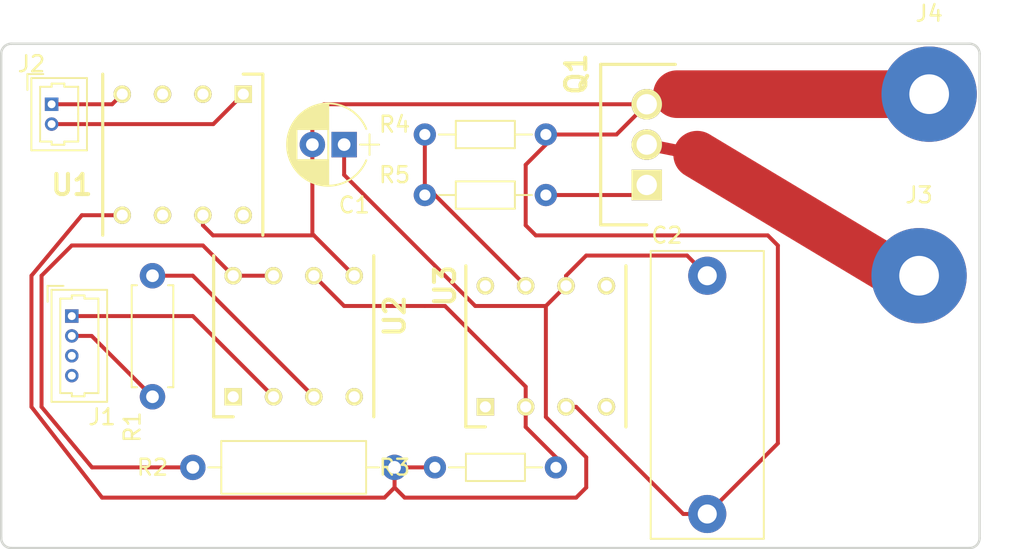
<source format=kicad_pcb>
(kicad_pcb (version 4) (host pcbnew 4.0.6)

  (general
    (links 25)
    (no_connects 1)
    (area 106.045 45.085 170.18 86.995)
    (thickness 1.6)
    (drawings 9)
    (tracks 79)
    (zones 0)
    (modules 15)
    (nets 25)
  )

  (page A4)
  (layers
    (0 F.Cu signal)
    (31 B.Cu signal)
    (32 B.Adhes user)
    (33 F.Adhes user)
    (34 B.Paste user)
    (35 F.Paste user)
    (36 B.SilkS user)
    (37 F.SilkS user)
    (38 B.Mask user)
    (39 F.Mask user)
    (40 Dwgs.User user)
    (41 Cmts.User user)
    (42 Eco1.User user)
    (43 Eco2.User user)
    (44 Edge.Cuts user)
    (45 Margin user)
    (46 B.CrtYd user)
    (47 F.CrtYd user)
    (48 B.Fab user)
    (49 F.Fab user)
  )

  (setup
    (last_trace_width 0.25)
    (trace_clearance 0.2)
    (zone_clearance 0.508)
    (zone_45_only no)
    (trace_min 0.2)
    (segment_width 0.2)
    (edge_width 0.15)
    (via_size 0.6)
    (via_drill 0.4)
    (via_min_size 0.4)
    (via_min_drill 0.3)
    (uvia_size 0.3)
    (uvia_drill 0.1)
    (uvias_allowed no)
    (uvia_min_size 0.2)
    (uvia_min_drill 0.1)
    (pcb_text_width 0.3)
    (pcb_text_size 1.5 1.5)
    (mod_edge_width 0.15)
    (mod_text_size 1 1)
    (mod_text_width 0.15)
    (pad_size 1.524 1.524)
    (pad_drill 0.762)
    (pad_to_mask_clearance 0.2)
    (aux_axis_origin 0 0)
    (visible_elements 7FFEFFFF)
    (pcbplotparams
      (layerselection 0x00030_80000001)
      (usegerberextensions false)
      (excludeedgelayer true)
      (linewidth 0.100000)
      (plotframeref false)
      (viasonmask false)
      (mode 1)
      (useauxorigin false)
      (hpglpennumber 1)
      (hpglpenspeed 20)
      (hpglpendiameter 15)
      (hpglpenoverlay 2)
      (psnegative false)
      (psa4output false)
      (plotreference true)
      (plotvalue true)
      (plotinvisibletext false)
      (padsonsilk false)
      (subtractmaskfromsilk false)
      (outputformat 1)
      (mirror false)
      (drillshape 1)
      (scaleselection 1)
      (outputdirectory ""))
  )

  (net 0 "")
  (net 1 "Net-(Q1-Pad1)")
  (net 2 "Net-(U1-Pad3)")
  (net 3 "Net-(R3-Pad2)")
  (net 4 "Net-(R2-Pad2)")
  (net 5 "Net-(U2-Pad1)")
  (net 6 "Net-(U2-Pad4)")
  (net 7 "Net-(R4-Pad1)")
  (net 8 "Net-(R1-Pad2)")
  (net 9 DC_ISO)
  (net 10 GND_ISO)
  (net 11 ARD_GND)
  (net 12 ARD_PWM)
  (net 13 ARD_PWR_LVL)
  (net 14 ARD_TEMP)
  (net 15 DC_GND)
  (net 16 DC_IN)
  (net 17 "Net-(U1-Pad2)")
  (net 18 "Net-(U1-Pad6)")
  (net 19 "Net-(U1-Pad8)")
  (net 20 "Net-(U3-Pad1)")
  (net 21 "Net-(U3-Pad4)")
  (net 22 "Net-(U3-Pad5)")
  (net 23 "Net-(U3-Pad8)")
  (net 24 "Net-(J3-Pad1)")

  (net_class Default "This is the default net class."
    (clearance 0.2)
    (trace_width 0.25)
    (via_dia 0.6)
    (via_drill 0.4)
    (uvia_dia 0.3)
    (uvia_drill 0.1)
    (add_net ARD_GND)
    (add_net ARD_PWM)
    (add_net ARD_PWR_LVL)
    (add_net ARD_TEMP)
    (add_net DC_GND)
    (add_net DC_IN)
    (add_net DC_ISO)
    (add_net "Net-(Q1-Pad1)")
    (add_net "Net-(R1-Pad2)")
    (add_net "Net-(R2-Pad2)")
    (add_net "Net-(R3-Pad2)")
    (add_net "Net-(R4-Pad1)")
    (add_net "Net-(U1-Pad2)")
    (add_net "Net-(U1-Pad3)")
    (add_net "Net-(U1-Pad6)")
    (add_net "Net-(U1-Pad8)")
    (add_net "Net-(U2-Pad1)")
    (add_net "Net-(U2-Pad4)")
    (add_net "Net-(U3-Pad1)")
    (add_net "Net-(U3-Pad4)")
    (add_net "Net-(U3-Pad5)")
    (add_net "Net-(U3-Pad8)")
  )

  (net_class Power ""
    (clearance 0.2)
    (trace_width 3)
    (via_dia 0.6)
    (via_drill 0.4)
    (uvia_dia 0.3)
    (uvia_drill 0.1)
    (add_net GND_ISO)
    (add_net "Net-(J3-Pad1)")
  )

  (module Resistors_THT:R_Axial_DIN0207_L6.3mm_D2.5mm_P7.62mm_Horizontal (layer F.Cu) (tedit 592C7871) (tstamp 592C208A)
    (at 116.205 76.835 90)
    (descr "Resistor, Axial_DIN0207 series, Axial, Horizontal, pin pitch=7.62mm, 0.25W = 1/4W, length*diameter=6.3*2.5mm^2, http://cdn-reichelt.de/documents/datenblatt/B400/1_4W%23YAG.pdf")
    (tags "Resistor Axial_DIN0207 series Axial Horizontal pin pitch 7.62mm 0.25W = 1/4W length 6.3mm diameter 2.5mm")
    (path /592BF392)
    (fp_text reference R1 (at -1.905 -1.27 90) (layer F.SilkS)
      (effects (font (size 1 1) (thickness 0.15)))
    )
    (fp_text value 200 (at 3.81 2.31 90) (layer F.Fab)
      (effects (font (size 1 1) (thickness 0.15)))
    )
    (fp_line (start 0.66 -1.25) (end 0.66 1.25) (layer F.Fab) (width 0.1))
    (fp_line (start 0.66 1.25) (end 6.96 1.25) (layer F.Fab) (width 0.1))
    (fp_line (start 6.96 1.25) (end 6.96 -1.25) (layer F.Fab) (width 0.1))
    (fp_line (start 6.96 -1.25) (end 0.66 -1.25) (layer F.Fab) (width 0.1))
    (fp_line (start 0 0) (end 0.66 0) (layer F.Fab) (width 0.1))
    (fp_line (start 7.62 0) (end 6.96 0) (layer F.Fab) (width 0.1))
    (fp_line (start 0.6 -0.98) (end 0.6 -1.31) (layer F.SilkS) (width 0.12))
    (fp_line (start 0.6 -1.31) (end 7.02 -1.31) (layer F.SilkS) (width 0.12))
    (fp_line (start 7.02 -1.31) (end 7.02 -0.98) (layer F.SilkS) (width 0.12))
    (fp_line (start 0.6 0.98) (end 0.6 1.31) (layer F.SilkS) (width 0.12))
    (fp_line (start 0.6 1.31) (end 7.02 1.31) (layer F.SilkS) (width 0.12))
    (fp_line (start 7.02 1.31) (end 7.02 0.98) (layer F.SilkS) (width 0.12))
    (fp_line (start -1.05 -1.6) (end -1.05 1.6) (layer F.CrtYd) (width 0.05))
    (fp_line (start -1.05 1.6) (end 8.7 1.6) (layer F.CrtYd) (width 0.05))
    (fp_line (start 8.7 1.6) (end 8.7 -1.6) (layer F.CrtYd) (width 0.05))
    (fp_line (start 8.7 -1.6) (end -1.05 -1.6) (layer F.CrtYd) (width 0.05))
    (pad 1 thru_hole circle (at 0 0 90) (size 1.6 1.6) (drill 0.8) (layers *.Cu *.Mask)
      (net 12 ARD_PWM))
    (pad 2 thru_hole oval (at 7.62 0 90) (size 1.6 1.6) (drill 0.8) (layers *.Cu *.Mask)
      (net 8 "Net-(R1-Pad2)"))
    (model Resistors_THT.3dshapes/R_Axial_DIN0207_L6.3mm_D2.5mm_P7.62mm_Horizontal.wrl
      (at (xyz 0 0 0))
      (scale (xyz 0.393701 0.393701 0.393701))
      (rotate (xyz 0 0 0))
    )
  )

  (module SamacSys_Parts:DIPS762W50P254L1008H460Q8N (layer F.Cu) (tedit 592C750E) (tstamp 592C64CC)
    (at 137.16 77.47 90)
    (descr W30508TRC)
    (tags "Undefined or Miscellaneous")
    (path /592AD9EF)
    (fp_text reference U3 (at 7.62 -2.54 90) (layer F.SilkS)
      (effects (font (size 1.27 1.27) (thickness 0.254)))
    )
    (fp_text value "W30508TRC (ICL7667)" (at 2.54 -2.54 90) (layer F.SilkS) hide
      (effects (font (size 1.27 1.27) (thickness 0.254)))
    )
    (fp_line (start -1.51 -1.48) (end 9.13 -1.48) (layer Dwgs.User) (width 0.05))
    (fp_line (start 9.13 -1.48) (end 9.13 9.1) (layer Dwgs.User) (width 0.05))
    (fp_line (start 9.13 9.1) (end -1.51 9.1) (layer Dwgs.User) (width 0.05))
    (fp_line (start -1.51 9.1) (end -1.51 -1.48) (layer Dwgs.User) (width 0.05))
    (fp_line (start -1.26 -1.23) (end 8.88 -1.23) (layer Dwgs.User) (width 0.1))
    (fp_line (start 8.88 -1.23) (end 8.88 8.85) (layer Dwgs.User) (width 0.1))
    (fp_line (start 8.88 8.85) (end -1.26 8.85) (layer Dwgs.User) (width 0.1))
    (fp_line (start -1.26 8.85) (end -1.26 -1.23) (layer Dwgs.User) (width 0.1))
    (fp_line (start -1.26 0.04) (end 0.01 -1.23) (layer Dwgs.User) (width 0.1))
    (fp_line (start -1.26 8.85) (end 8.88 8.85) (layer F.SilkS) (width 0.2))
    (fp_line (start 8.88 -1.23) (end -1.26 -1.23) (layer F.SilkS) (width 0.2))
    (fp_line (start -1.26 -1.23) (end -1.26 0) (layer F.SilkS) (width 0.2))
    (pad 1 thru_hole rect (at 0 0 180) (size 1.1 1.1) (drill 0.7) (layers *.Cu *.Mask F.SilkS)
      (net 20 "Net-(U3-Pad1)"))
    (pad 2 thru_hole circle (at 0 2.54 180) (size 1.1 1.1) (drill 0.7) (layers *.Cu *.Mask F.SilkS)
      (net 3 "Net-(R3-Pad2)"))
    (pad 3 thru_hole circle (at 0 5.08 180) (size 1.1 1.1) (drill 0.7) (layers *.Cu *.Mask F.SilkS)
      (net 10 GND_ISO))
    (pad 4 thru_hole circle (at 0 7.62 180) (size 1.1 1.1) (drill 0.7) (layers *.Cu *.Mask F.SilkS)
      (net 21 "Net-(U3-Pad4)"))
    (pad 5 thru_hole circle (at 7.62 7.62 180) (size 1.1 1.1) (drill 0.7) (layers *.Cu *.Mask F.SilkS)
      (net 22 "Net-(U3-Pad5)"))
    (pad 6 thru_hole circle (at 7.62 5.08 180) (size 1.1 1.1) (drill 0.7) (layers *.Cu *.Mask F.SilkS)
      (net 9 DC_ISO))
    (pad 7 thru_hole circle (at 7.62 2.54 180) (size 1.1 1.1) (drill 0.7) (layers *.Cu *.Mask F.SilkS)
      (net 7 "Net-(R4-Pad1)"))
    (pad 8 thru_hole circle (at 7.62 0 180) (size 1.1 1.1) (drill 0.7) (layers *.Cu *.Mask F.SilkS)
      (net 23 "Net-(U3-Pad8)"))
  )

  (module Capacitors_THT:CP_Radial_D5.0mm_P2.00mm (layer F.Cu) (tedit 592C8523) (tstamp 592C18AC)
    (at 128.27 60.96 180)
    (descr "CP, Radial series, Radial, pin pitch=2.00mm, , diameter=5mm, Electrolytic Capacitor")
    (tags "CP Radial series Radial pin pitch 2.00mm  diameter 5mm Electrolytic Capacitor")
    (path /592ACB50)
    (fp_text reference C1 (at -0.635 -3.81 180) (layer F.SilkS)
      (effects (font (size 1 1) (thickness 0.15)))
    )
    (fp_text value 22uF (at 1 3.56 180) (layer F.Fab)
      (effects (font (size 1 1) (thickness 0.15)))
    )
    (fp_text user %R (at 0.65 0 180) (layer F.Fab)
      (effects (font (size 1 1) (thickness 0.15)))
    )
    (fp_line (start -2.2 0) (end -1 0) (layer F.Fab) (width 0.1))
    (fp_line (start -1.6 -0.65) (end -1.6 0.65) (layer F.Fab) (width 0.1))
    (fp_line (start 1 -2.55) (end 1 2.55) (layer F.SilkS) (width 0.12))
    (fp_line (start 1.04 -2.55) (end 1.04 -0.98) (layer F.SilkS) (width 0.12))
    (fp_line (start 1.04 0.98) (end 1.04 2.55) (layer F.SilkS) (width 0.12))
    (fp_line (start 1.08 -2.549) (end 1.08 -0.98) (layer F.SilkS) (width 0.12))
    (fp_line (start 1.08 0.98) (end 1.08 2.549) (layer F.SilkS) (width 0.12))
    (fp_line (start 1.12 -2.548) (end 1.12 -0.98) (layer F.SilkS) (width 0.12))
    (fp_line (start 1.12 0.98) (end 1.12 2.548) (layer F.SilkS) (width 0.12))
    (fp_line (start 1.16 -2.546) (end 1.16 -0.98) (layer F.SilkS) (width 0.12))
    (fp_line (start 1.16 0.98) (end 1.16 2.546) (layer F.SilkS) (width 0.12))
    (fp_line (start 1.2 -2.543) (end 1.2 -0.98) (layer F.SilkS) (width 0.12))
    (fp_line (start 1.2 0.98) (end 1.2 2.543) (layer F.SilkS) (width 0.12))
    (fp_line (start 1.24 -2.539) (end 1.24 -0.98) (layer F.SilkS) (width 0.12))
    (fp_line (start 1.24 0.98) (end 1.24 2.539) (layer F.SilkS) (width 0.12))
    (fp_line (start 1.28 -2.535) (end 1.28 -0.98) (layer F.SilkS) (width 0.12))
    (fp_line (start 1.28 0.98) (end 1.28 2.535) (layer F.SilkS) (width 0.12))
    (fp_line (start 1.32 -2.531) (end 1.32 -0.98) (layer F.SilkS) (width 0.12))
    (fp_line (start 1.32 0.98) (end 1.32 2.531) (layer F.SilkS) (width 0.12))
    (fp_line (start 1.36 -2.525) (end 1.36 -0.98) (layer F.SilkS) (width 0.12))
    (fp_line (start 1.36 0.98) (end 1.36 2.525) (layer F.SilkS) (width 0.12))
    (fp_line (start 1.4 -2.519) (end 1.4 -0.98) (layer F.SilkS) (width 0.12))
    (fp_line (start 1.4 0.98) (end 1.4 2.519) (layer F.SilkS) (width 0.12))
    (fp_line (start 1.44 -2.513) (end 1.44 -0.98) (layer F.SilkS) (width 0.12))
    (fp_line (start 1.44 0.98) (end 1.44 2.513) (layer F.SilkS) (width 0.12))
    (fp_line (start 1.48 -2.506) (end 1.48 -0.98) (layer F.SilkS) (width 0.12))
    (fp_line (start 1.48 0.98) (end 1.48 2.506) (layer F.SilkS) (width 0.12))
    (fp_line (start 1.52 -2.498) (end 1.52 -0.98) (layer F.SilkS) (width 0.12))
    (fp_line (start 1.52 0.98) (end 1.52 2.498) (layer F.SilkS) (width 0.12))
    (fp_line (start 1.56 -2.489) (end 1.56 -0.98) (layer F.SilkS) (width 0.12))
    (fp_line (start 1.56 0.98) (end 1.56 2.489) (layer F.SilkS) (width 0.12))
    (fp_line (start 1.6 -2.48) (end 1.6 -0.98) (layer F.SilkS) (width 0.12))
    (fp_line (start 1.6 0.98) (end 1.6 2.48) (layer F.SilkS) (width 0.12))
    (fp_line (start 1.64 -2.47) (end 1.64 -0.98) (layer F.SilkS) (width 0.12))
    (fp_line (start 1.64 0.98) (end 1.64 2.47) (layer F.SilkS) (width 0.12))
    (fp_line (start 1.68 -2.46) (end 1.68 -0.98) (layer F.SilkS) (width 0.12))
    (fp_line (start 1.68 0.98) (end 1.68 2.46) (layer F.SilkS) (width 0.12))
    (fp_line (start 1.721 -2.448) (end 1.721 -0.98) (layer F.SilkS) (width 0.12))
    (fp_line (start 1.721 0.98) (end 1.721 2.448) (layer F.SilkS) (width 0.12))
    (fp_line (start 1.761 -2.436) (end 1.761 -0.98) (layer F.SilkS) (width 0.12))
    (fp_line (start 1.761 0.98) (end 1.761 2.436) (layer F.SilkS) (width 0.12))
    (fp_line (start 1.801 -2.424) (end 1.801 -0.98) (layer F.SilkS) (width 0.12))
    (fp_line (start 1.801 0.98) (end 1.801 2.424) (layer F.SilkS) (width 0.12))
    (fp_line (start 1.841 -2.41) (end 1.841 -0.98) (layer F.SilkS) (width 0.12))
    (fp_line (start 1.841 0.98) (end 1.841 2.41) (layer F.SilkS) (width 0.12))
    (fp_line (start 1.881 -2.396) (end 1.881 -0.98) (layer F.SilkS) (width 0.12))
    (fp_line (start 1.881 0.98) (end 1.881 2.396) (layer F.SilkS) (width 0.12))
    (fp_line (start 1.921 -2.382) (end 1.921 -0.98) (layer F.SilkS) (width 0.12))
    (fp_line (start 1.921 0.98) (end 1.921 2.382) (layer F.SilkS) (width 0.12))
    (fp_line (start 1.961 -2.366) (end 1.961 -0.98) (layer F.SilkS) (width 0.12))
    (fp_line (start 1.961 0.98) (end 1.961 2.366) (layer F.SilkS) (width 0.12))
    (fp_line (start 2.001 -2.35) (end 2.001 -0.98) (layer F.SilkS) (width 0.12))
    (fp_line (start 2.001 0.98) (end 2.001 2.35) (layer F.SilkS) (width 0.12))
    (fp_line (start 2.041 -2.333) (end 2.041 -0.98) (layer F.SilkS) (width 0.12))
    (fp_line (start 2.041 0.98) (end 2.041 2.333) (layer F.SilkS) (width 0.12))
    (fp_line (start 2.081 -2.315) (end 2.081 -0.98) (layer F.SilkS) (width 0.12))
    (fp_line (start 2.081 0.98) (end 2.081 2.315) (layer F.SilkS) (width 0.12))
    (fp_line (start 2.121 -2.296) (end 2.121 -0.98) (layer F.SilkS) (width 0.12))
    (fp_line (start 2.121 0.98) (end 2.121 2.296) (layer F.SilkS) (width 0.12))
    (fp_line (start 2.161 -2.276) (end 2.161 -0.98) (layer F.SilkS) (width 0.12))
    (fp_line (start 2.161 0.98) (end 2.161 2.276) (layer F.SilkS) (width 0.12))
    (fp_line (start 2.201 -2.256) (end 2.201 -0.98) (layer F.SilkS) (width 0.12))
    (fp_line (start 2.201 0.98) (end 2.201 2.256) (layer F.SilkS) (width 0.12))
    (fp_line (start 2.241 -2.234) (end 2.241 -0.98) (layer F.SilkS) (width 0.12))
    (fp_line (start 2.241 0.98) (end 2.241 2.234) (layer F.SilkS) (width 0.12))
    (fp_line (start 2.281 -2.212) (end 2.281 -0.98) (layer F.SilkS) (width 0.12))
    (fp_line (start 2.281 0.98) (end 2.281 2.212) (layer F.SilkS) (width 0.12))
    (fp_line (start 2.321 -2.189) (end 2.321 -0.98) (layer F.SilkS) (width 0.12))
    (fp_line (start 2.321 0.98) (end 2.321 2.189) (layer F.SilkS) (width 0.12))
    (fp_line (start 2.361 -2.165) (end 2.361 -0.98) (layer F.SilkS) (width 0.12))
    (fp_line (start 2.361 0.98) (end 2.361 2.165) (layer F.SilkS) (width 0.12))
    (fp_line (start 2.401 -2.14) (end 2.401 -0.98) (layer F.SilkS) (width 0.12))
    (fp_line (start 2.401 0.98) (end 2.401 2.14) (layer F.SilkS) (width 0.12))
    (fp_line (start 2.441 -2.113) (end 2.441 -0.98) (layer F.SilkS) (width 0.12))
    (fp_line (start 2.441 0.98) (end 2.441 2.113) (layer F.SilkS) (width 0.12))
    (fp_line (start 2.481 -2.086) (end 2.481 -0.98) (layer F.SilkS) (width 0.12))
    (fp_line (start 2.481 0.98) (end 2.481 2.086) (layer F.SilkS) (width 0.12))
    (fp_line (start 2.521 -2.058) (end 2.521 -0.98) (layer F.SilkS) (width 0.12))
    (fp_line (start 2.521 0.98) (end 2.521 2.058) (layer F.SilkS) (width 0.12))
    (fp_line (start 2.561 -2.028) (end 2.561 -0.98) (layer F.SilkS) (width 0.12))
    (fp_line (start 2.561 0.98) (end 2.561 2.028) (layer F.SilkS) (width 0.12))
    (fp_line (start 2.601 -1.997) (end 2.601 -0.98) (layer F.SilkS) (width 0.12))
    (fp_line (start 2.601 0.98) (end 2.601 1.997) (layer F.SilkS) (width 0.12))
    (fp_line (start 2.641 -1.965) (end 2.641 -0.98) (layer F.SilkS) (width 0.12))
    (fp_line (start 2.641 0.98) (end 2.641 1.965) (layer F.SilkS) (width 0.12))
    (fp_line (start 2.681 -1.932) (end 2.681 -0.98) (layer F.SilkS) (width 0.12))
    (fp_line (start 2.681 0.98) (end 2.681 1.932) (layer F.SilkS) (width 0.12))
    (fp_line (start 2.721 -1.897) (end 2.721 -0.98) (layer F.SilkS) (width 0.12))
    (fp_line (start 2.721 0.98) (end 2.721 1.897) (layer F.SilkS) (width 0.12))
    (fp_line (start 2.761 -1.861) (end 2.761 -0.98) (layer F.SilkS) (width 0.12))
    (fp_line (start 2.761 0.98) (end 2.761 1.861) (layer F.SilkS) (width 0.12))
    (fp_line (start 2.801 -1.823) (end 2.801 -0.98) (layer F.SilkS) (width 0.12))
    (fp_line (start 2.801 0.98) (end 2.801 1.823) (layer F.SilkS) (width 0.12))
    (fp_line (start 2.841 -1.783) (end 2.841 -0.98) (layer F.SilkS) (width 0.12))
    (fp_line (start 2.841 0.98) (end 2.841 1.783) (layer F.SilkS) (width 0.12))
    (fp_line (start 2.881 -1.742) (end 2.881 -0.98) (layer F.SilkS) (width 0.12))
    (fp_line (start 2.881 0.98) (end 2.881 1.742) (layer F.SilkS) (width 0.12))
    (fp_line (start 2.921 -1.699) (end 2.921 -0.98) (layer F.SilkS) (width 0.12))
    (fp_line (start 2.921 0.98) (end 2.921 1.699) (layer F.SilkS) (width 0.12))
    (fp_line (start 2.961 -1.654) (end 2.961 -0.98) (layer F.SilkS) (width 0.12))
    (fp_line (start 2.961 0.98) (end 2.961 1.654) (layer F.SilkS) (width 0.12))
    (fp_line (start 3.001 -1.606) (end 3.001 1.606) (layer F.SilkS) (width 0.12))
    (fp_line (start 3.041 -1.556) (end 3.041 1.556) (layer F.SilkS) (width 0.12))
    (fp_line (start 3.081 -1.504) (end 3.081 1.504) (layer F.SilkS) (width 0.12))
    (fp_line (start 3.121 -1.448) (end 3.121 1.448) (layer F.SilkS) (width 0.12))
    (fp_line (start 3.161 -1.39) (end 3.161 1.39) (layer F.SilkS) (width 0.12))
    (fp_line (start 3.201 -1.327) (end 3.201 1.327) (layer F.SilkS) (width 0.12))
    (fp_line (start 3.241 -1.261) (end 3.241 1.261) (layer F.SilkS) (width 0.12))
    (fp_line (start 3.281 -1.189) (end 3.281 1.189) (layer F.SilkS) (width 0.12))
    (fp_line (start 3.321 -1.112) (end 3.321 1.112) (layer F.SilkS) (width 0.12))
    (fp_line (start 3.361 -1.028) (end 3.361 1.028) (layer F.SilkS) (width 0.12))
    (fp_line (start 3.401 -0.934) (end 3.401 0.934) (layer F.SilkS) (width 0.12))
    (fp_line (start 3.441 -0.829) (end 3.441 0.829) (layer F.SilkS) (width 0.12))
    (fp_line (start 3.481 -0.707) (end 3.481 0.707) (layer F.SilkS) (width 0.12))
    (fp_line (start 3.521 -0.559) (end 3.521 0.559) (layer F.SilkS) (width 0.12))
    (fp_line (start 3.561 -0.354) (end 3.561 0.354) (layer F.SilkS) (width 0.12))
    (fp_line (start -2.2 0) (end -1 0) (layer F.SilkS) (width 0.12))
    (fp_line (start -1.6 -0.65) (end -1.6 0.65) (layer F.SilkS) (width 0.12))
    (fp_line (start -1.85 -2.85) (end -1.85 2.85) (layer F.CrtYd) (width 0.05))
    (fp_line (start -1.85 2.85) (end 3.85 2.85) (layer F.CrtYd) (width 0.05))
    (fp_line (start 3.85 2.85) (end 3.85 -2.85) (layer F.CrtYd) (width 0.05))
    (fp_line (start 3.85 -2.85) (end -1.85 -2.85) (layer F.CrtYd) (width 0.05))
    (fp_circle (center 1 0) (end 3.5 0) (layer F.Fab) (width 0.1))
    (fp_arc (start 1 0) (end -1.397436 -0.98) (angle 135.5) (layer F.SilkS) (width 0.12))
    (fp_arc (start 1 0) (end -1.397436 0.98) (angle -135.5) (layer F.SilkS) (width 0.12))
    (fp_arc (start 1 0) (end 3.397436 -0.98) (angle 44.5) (layer F.SilkS) (width 0.12))
    (pad 1 thru_hole rect (at 0 0 180) (size 1.6 1.6) (drill 0.8) (layers *.Cu *.Mask)
      (net 9 DC_ISO))
    (pad 2 thru_hole circle (at 2 0 180) (size 1.6 1.6) (drill 0.8) (layers *.Cu *.Mask)
      (net 10 GND_ISO))
    (model ${KISYS3DMOD}/Capacitors_THT.3dshapes/CP_Radial_D5.0mm_P2.00mm.wrl
      (at (xyz 0 0 0))
      (scale (xyz 0.393701 0.393701 0.393701))
      (rotate (xyz 0 0 0))
    )
  )

  (module Capacitors_THT:C_Rect_L18.0mm_W7.0mm_P15.00mm_FKS3_FKP3 (layer F.Cu) (tedit 592C6D5E) (tstamp 592C18B2)
    (at 151.13 69.215 270)
    (descr "C, Rect series, Radial, pin pitch=15.00mm, , length*width=18*7mm^2, Capacitor, http://www.wima.com/EN/WIMA_FKS_3.pdf")
    (tags "C Rect series Radial pin pitch 15.00mm  length 18mm width 7mm Capacitor")
    (path /592ACBF5)
    (fp_text reference C2 (at -2.54 2.54 360) (layer F.SilkS)
      (effects (font (size 1 1) (thickness 0.15)))
    )
    (fp_text value 220nF (at 7.5 4.56 270) (layer F.Fab)
      (effects (font (size 1 1) (thickness 0.15)))
    )
    (fp_text user %R (at 7.5 0 270) (layer F.Fab)
      (effects (font (size 1 1) (thickness 0.15)))
    )
    (fp_line (start -1.5 -3.5) (end -1.5 3.5) (layer F.Fab) (width 0.1))
    (fp_line (start -1.5 3.5) (end 16.5 3.5) (layer F.Fab) (width 0.1))
    (fp_line (start 16.5 3.5) (end 16.5 -3.5) (layer F.Fab) (width 0.1))
    (fp_line (start 16.5 -3.5) (end -1.5 -3.5) (layer F.Fab) (width 0.1))
    (fp_line (start -1.56 -3.56) (end 16.56 -3.56) (layer F.SilkS) (width 0.12))
    (fp_line (start -1.56 3.56) (end 16.56 3.56) (layer F.SilkS) (width 0.12))
    (fp_line (start -1.56 -3.56) (end -1.56 3.56) (layer F.SilkS) (width 0.12))
    (fp_line (start 16.56 -3.56) (end 16.56 3.56) (layer F.SilkS) (width 0.12))
    (fp_line (start -1.85 -3.85) (end -1.85 3.85) (layer F.CrtYd) (width 0.05))
    (fp_line (start -1.85 3.85) (end 16.85 3.85) (layer F.CrtYd) (width 0.05))
    (fp_line (start 16.85 3.85) (end 16.85 -3.85) (layer F.CrtYd) (width 0.05))
    (fp_line (start 16.85 -3.85) (end -1.85 -3.85) (layer F.CrtYd) (width 0.05))
    (pad 1 thru_hole circle (at 0 0 270) (size 2.4 2.4) (drill 1.2) (layers *.Cu *.Mask)
      (net 9 DC_ISO))
    (pad 2 thru_hole circle (at 15 0 270) (size 2.4 2.4) (drill 1.2) (layers *.Cu *.Mask)
      (net 10 GND_ISO))
    (model ${KISYS3DMOD}/Capacitors_THT.3dshapes/C_Rect_L18.0mm_W7.0mm_P15.00mm_FKS3_FKP3.wrl
      (at (xyz 0 0 0))
      (scale (xyz 0.393701 0.393701 0.393701))
      (rotate (xyz 0 0 0))
    )
  )

  (module SamacSys_Parts:TO254P470X990X1910-3P (layer F.Cu) (tedit 592C8530) (tstamp 592C18C5)
    (at 147.32 63.5 90)
    (descr "TO220, Molded, 3-Lead, Jedec Variation AB")
    (tags Transistor)
    (path /592BF9D4)
    (fp_text reference Q1 (at 6.985 -4.445 90) (layer F.SilkS)
      (effects (font (size 1.27 1.27) (thickness 0.254)))
    )
    (fp_text value RFP12N10L (at 0 0 90) (layer F.SilkS) hide
      (effects (font (size 1.27 1.27) (thickness 0.254)))
    )
    (fp_line (start -2.76 -3.15) (end 7.84 -3.15) (layer Dwgs.User) (width 0.05))
    (fp_line (start 7.84 -3.15) (end 7.84 2.05) (layer Dwgs.User) (width 0.05))
    (fp_line (start 7.84 2.05) (end -2.76 2.05) (layer Dwgs.User) (width 0.05))
    (fp_line (start -2.76 2.05) (end -2.76 -3.15) (layer Dwgs.User) (width 0.05))
    (fp_line (start -2.51 -2.9) (end 7.59 -2.9) (layer Dwgs.User) (width 0.1))
    (fp_line (start 7.59 -2.9) (end 7.59 1.8) (layer Dwgs.User) (width 0.1))
    (fp_line (start 7.59 1.8) (end -2.51 1.8) (layer Dwgs.User) (width 0.1))
    (fp_line (start -2.51 1.8) (end -2.51 -2.9) (layer Dwgs.User) (width 0.1))
    (fp_line (start -2.51 -1.63) (end -1.24 -2.9) (layer Dwgs.User) (width 0.1))
    (fp_line (start 7.59 1.8) (end 7.59 -2.9) (layer F.SilkS) (width 0.2))
    (fp_line (start 7.59 -2.9) (end -2.51 -2.9) (layer F.SilkS) (width 0.2))
    (fp_line (start -2.51 -2.9) (end -2.51 0) (layer F.SilkS) (width 0.2))
    (pad 1 thru_hole rect (at 0 0 180) (size 1.92 1.92) (drill 1.28) (layers *.Cu *.Mask F.SilkS)
      (net 1 "Net-(Q1-Pad1)"))
    (pad 2 thru_hole circle (at 2.54 0 180) (size 1.92 1.92) (drill 1.28) (layers *.Cu *.Mask F.SilkS)
      (net 24 "Net-(J3-Pad1)"))
    (pad 3 thru_hole circle (at 5.08 0 180) (size 1.92 1.92) (drill 1.28) (layers *.Cu *.Mask F.SilkS)
      (net 10 GND_ISO))
  )

  (module Resistors_THT:R_Axial_DIN0309_L9.0mm_D3.2mm_P12.70mm_Horizontal (layer F.Cu) (tedit 592C652C) (tstamp 592C18D1)
    (at 131.445 81.28 180)
    (descr "Resistor, Axial_DIN0309 series, Axial, Horizontal, pin pitch=12.7mm, 0.5W = 1/2W, length*diameter=9*3.2mm^2, http://cdn-reichelt.de/documents/datenblatt/B400/1_4W%23YAG.pdf")
    (tags "Resistor Axial_DIN0309 series Axial Horizontal pin pitch 12.7mm 0.5W = 1/2W length 9mm diameter 3.2mm")
    (path /592AC85B)
    (fp_text reference R2 (at 15.24 0 180) (layer F.SilkS)
      (effects (font (size 1 1) (thickness 0.15)))
    )
    (fp_text value 330 (at 6.35 2.66 180) (layer F.Fab)
      (effects (font (size 1 1) (thickness 0.15)))
    )
    (fp_line (start 1.85 -1.6) (end 1.85 1.6) (layer F.Fab) (width 0.1))
    (fp_line (start 1.85 1.6) (end 10.85 1.6) (layer F.Fab) (width 0.1))
    (fp_line (start 10.85 1.6) (end 10.85 -1.6) (layer F.Fab) (width 0.1))
    (fp_line (start 10.85 -1.6) (end 1.85 -1.6) (layer F.Fab) (width 0.1))
    (fp_line (start 0 0) (end 1.85 0) (layer F.Fab) (width 0.1))
    (fp_line (start 12.7 0) (end 10.85 0) (layer F.Fab) (width 0.1))
    (fp_line (start 1.79 -1.66) (end 1.79 1.66) (layer F.SilkS) (width 0.12))
    (fp_line (start 1.79 1.66) (end 10.91 1.66) (layer F.SilkS) (width 0.12))
    (fp_line (start 10.91 1.66) (end 10.91 -1.66) (layer F.SilkS) (width 0.12))
    (fp_line (start 10.91 -1.66) (end 1.79 -1.66) (layer F.SilkS) (width 0.12))
    (fp_line (start 0.98 0) (end 1.79 0) (layer F.SilkS) (width 0.12))
    (fp_line (start 11.72 0) (end 10.91 0) (layer F.SilkS) (width 0.12))
    (fp_line (start -1.05 -1.95) (end -1.05 1.95) (layer F.CrtYd) (width 0.05))
    (fp_line (start -1.05 1.95) (end 13.75 1.95) (layer F.CrtYd) (width 0.05))
    (fp_line (start 13.75 1.95) (end 13.75 -1.95) (layer F.CrtYd) (width 0.05))
    (fp_line (start 13.75 -1.95) (end -1.05 -1.95) (layer F.CrtYd) (width 0.05))
    (pad 1 thru_hole circle (at 0 0 180) (size 1.6 1.6) (drill 0.8) (layers *.Cu *.Mask)
      (net 9 DC_ISO))
    (pad 2 thru_hole oval (at 12.7 0 180) (size 1.6 1.6) (drill 0.8) (layers *.Cu *.Mask)
      (net 4 "Net-(R2-Pad2)"))
    (model Resistors_THT.3dshapes/R_Axial_DIN0309_L9.0mm_D3.2mm_P12.70mm_Horizontal.wrl
      (at (xyz 0 0 0))
      (scale (xyz 0.393701 0.393701 0.393701))
      (rotate (xyz 0 0 0))
    )
  )

  (module Resistors_THT:R_Axial_DIN0204_L3.6mm_D1.6mm_P7.62mm_Horizontal (layer F.Cu) (tedit 592C6582) (tstamp 592C18D7)
    (at 133.985 81.28)
    (descr "Resistor, Axial_DIN0204 series, Axial, Horizontal, pin pitch=7.62mm, 0.16666666666666666W = 1/6W, length*diameter=3.6*1.6mm^2, http://cdn-reichelt.de/documents/datenblatt/B400/1_4W%23YAG.pdf")
    (tags "Resistor Axial_DIN0204 series Axial Horizontal pin pitch 7.62mm 0.16666666666666666W = 1/6W length 3.6mm diameter 1.6mm")
    (path /592ACAE5)
    (fp_text reference R3 (at -2.54 0) (layer F.SilkS)
      (effects (font (size 1 1) (thickness 0.15)))
    )
    (fp_text value 4K7 (at 3.81 1.86) (layer F.Fab)
      (effects (font (size 1 1) (thickness 0.15)))
    )
    (fp_line (start 2.01 -0.8) (end 2.01 0.8) (layer F.Fab) (width 0.1))
    (fp_line (start 2.01 0.8) (end 5.61 0.8) (layer F.Fab) (width 0.1))
    (fp_line (start 5.61 0.8) (end 5.61 -0.8) (layer F.Fab) (width 0.1))
    (fp_line (start 5.61 -0.8) (end 2.01 -0.8) (layer F.Fab) (width 0.1))
    (fp_line (start 0 0) (end 2.01 0) (layer F.Fab) (width 0.1))
    (fp_line (start 7.62 0) (end 5.61 0) (layer F.Fab) (width 0.1))
    (fp_line (start 1.95 -0.86) (end 1.95 0.86) (layer F.SilkS) (width 0.12))
    (fp_line (start 1.95 0.86) (end 5.67 0.86) (layer F.SilkS) (width 0.12))
    (fp_line (start 5.67 0.86) (end 5.67 -0.86) (layer F.SilkS) (width 0.12))
    (fp_line (start 5.67 -0.86) (end 1.95 -0.86) (layer F.SilkS) (width 0.12))
    (fp_line (start 0.88 0) (end 1.95 0) (layer F.SilkS) (width 0.12))
    (fp_line (start 6.74 0) (end 5.67 0) (layer F.SilkS) (width 0.12))
    (fp_line (start -0.95 -1.15) (end -0.95 1.15) (layer F.CrtYd) (width 0.05))
    (fp_line (start -0.95 1.15) (end 8.6 1.15) (layer F.CrtYd) (width 0.05))
    (fp_line (start 8.6 1.15) (end 8.6 -1.15) (layer F.CrtYd) (width 0.05))
    (fp_line (start 8.6 -1.15) (end -0.95 -1.15) (layer F.CrtYd) (width 0.05))
    (pad 1 thru_hole circle (at 0 0) (size 1.4 1.4) (drill 0.7) (layers *.Cu *.Mask)
      (net 9 DC_ISO))
    (pad 2 thru_hole oval (at 7.62 0) (size 1.4 1.4) (drill 0.7) (layers *.Cu *.Mask)
      (net 3 "Net-(R3-Pad2)"))
    (model Resistors_THT.3dshapes/R_Axial_DIN0204_L3.6mm_D1.6mm_P7.62mm_Horizontal.wrl
      (at (xyz 0 0 0))
      (scale (xyz 0.393701 0.393701 0.393701))
      (rotate (xyz 0 0 0))
    )
  )

  (module Resistors_THT:R_Axial_DIN0204_L3.6mm_D1.6mm_P7.62mm_Horizontal (layer F.Cu) (tedit 592C8527) (tstamp 592C18DD)
    (at 133.35 60.325)
    (descr "Resistor, Axial_DIN0204 series, Axial, Horizontal, pin pitch=7.62mm, 0.16666666666666666W = 1/6W, length*diameter=3.6*1.6mm^2, http://cdn-reichelt.de/documents/datenblatt/B400/1_4W%23YAG.pdf")
    (tags "Resistor Axial_DIN0204 series Axial Horizontal pin pitch 7.62mm 0.16666666666666666W = 1/6W length 3.6mm diameter 1.6mm")
    (path /592ACDEB)
    (fp_text reference R4 (at -1.905 -0.635) (layer F.SilkS)
      (effects (font (size 1 1) (thickness 0.15)))
    )
    (fp_text value 4K7 (at 3.81 1.86) (layer F.Fab)
      (effects (font (size 1 1) (thickness 0.15)))
    )
    (fp_line (start 2.01 -0.8) (end 2.01 0.8) (layer F.Fab) (width 0.1))
    (fp_line (start 2.01 0.8) (end 5.61 0.8) (layer F.Fab) (width 0.1))
    (fp_line (start 5.61 0.8) (end 5.61 -0.8) (layer F.Fab) (width 0.1))
    (fp_line (start 5.61 -0.8) (end 2.01 -0.8) (layer F.Fab) (width 0.1))
    (fp_line (start 0 0) (end 2.01 0) (layer F.Fab) (width 0.1))
    (fp_line (start 7.62 0) (end 5.61 0) (layer F.Fab) (width 0.1))
    (fp_line (start 1.95 -0.86) (end 1.95 0.86) (layer F.SilkS) (width 0.12))
    (fp_line (start 1.95 0.86) (end 5.67 0.86) (layer F.SilkS) (width 0.12))
    (fp_line (start 5.67 0.86) (end 5.67 -0.86) (layer F.SilkS) (width 0.12))
    (fp_line (start 5.67 -0.86) (end 1.95 -0.86) (layer F.SilkS) (width 0.12))
    (fp_line (start 0.88 0) (end 1.95 0) (layer F.SilkS) (width 0.12))
    (fp_line (start 6.74 0) (end 5.67 0) (layer F.SilkS) (width 0.12))
    (fp_line (start -0.95 -1.15) (end -0.95 1.15) (layer F.CrtYd) (width 0.05))
    (fp_line (start -0.95 1.15) (end 8.6 1.15) (layer F.CrtYd) (width 0.05))
    (fp_line (start 8.6 1.15) (end 8.6 -1.15) (layer F.CrtYd) (width 0.05))
    (fp_line (start 8.6 -1.15) (end -0.95 -1.15) (layer F.CrtYd) (width 0.05))
    (pad 1 thru_hole circle (at 0 0) (size 1.4 1.4) (drill 0.7) (layers *.Cu *.Mask)
      (net 7 "Net-(R4-Pad1)"))
    (pad 2 thru_hole oval (at 7.62 0) (size 1.4 1.4) (drill 0.7) (layers *.Cu *.Mask)
      (net 10 GND_ISO))
    (model Resistors_THT.3dshapes/R_Axial_DIN0204_L3.6mm_D1.6mm_P7.62mm_Horizontal.wrl
      (at (xyz 0 0 0))
      (scale (xyz 0.393701 0.393701 0.393701))
      (rotate (xyz 0 0 0))
    )
  )

  (module Resistors_THT:R_Axial_DIN0204_L3.6mm_D1.6mm_P7.62mm_Horizontal (layer F.Cu) (tedit 592C7874) (tstamp 592C18E3)
    (at 140.97 64.135 180)
    (descr "Resistor, Axial_DIN0204 series, Axial, Horizontal, pin pitch=7.62mm, 0.16666666666666666W = 1/6W, length*diameter=3.6*1.6mm^2, http://cdn-reichelt.de/documents/datenblatt/B400/1_4W%23YAG.pdf")
    (tags "Resistor Axial_DIN0204 series Axial Horizontal pin pitch 7.62mm 0.16666666666666666W = 1/6W length 3.6mm diameter 1.6mm")
    (path /592ACE76)
    (fp_text reference R5 (at 9.525 1.27 180) (layer F.SilkS)
      (effects (font (size 1 1) (thickness 0.15)))
    )
    (fp_text value 470 (at 3.81 1.86 180) (layer F.Fab)
      (effects (font (size 1 1) (thickness 0.15)))
    )
    (fp_line (start 2.01 -0.8) (end 2.01 0.8) (layer F.Fab) (width 0.1))
    (fp_line (start 2.01 0.8) (end 5.61 0.8) (layer F.Fab) (width 0.1))
    (fp_line (start 5.61 0.8) (end 5.61 -0.8) (layer F.Fab) (width 0.1))
    (fp_line (start 5.61 -0.8) (end 2.01 -0.8) (layer F.Fab) (width 0.1))
    (fp_line (start 0 0) (end 2.01 0) (layer F.Fab) (width 0.1))
    (fp_line (start 7.62 0) (end 5.61 0) (layer F.Fab) (width 0.1))
    (fp_line (start 1.95 -0.86) (end 1.95 0.86) (layer F.SilkS) (width 0.12))
    (fp_line (start 1.95 0.86) (end 5.67 0.86) (layer F.SilkS) (width 0.12))
    (fp_line (start 5.67 0.86) (end 5.67 -0.86) (layer F.SilkS) (width 0.12))
    (fp_line (start 5.67 -0.86) (end 1.95 -0.86) (layer F.SilkS) (width 0.12))
    (fp_line (start 0.88 0) (end 1.95 0) (layer F.SilkS) (width 0.12))
    (fp_line (start 6.74 0) (end 5.67 0) (layer F.SilkS) (width 0.12))
    (fp_line (start -0.95 -1.15) (end -0.95 1.15) (layer F.CrtYd) (width 0.05))
    (fp_line (start -0.95 1.15) (end 8.6 1.15) (layer F.CrtYd) (width 0.05))
    (fp_line (start 8.6 1.15) (end 8.6 -1.15) (layer F.CrtYd) (width 0.05))
    (fp_line (start 8.6 -1.15) (end -0.95 -1.15) (layer F.CrtYd) (width 0.05))
    (pad 1 thru_hole circle (at 0 0 180) (size 1.4 1.4) (drill 0.7) (layers *.Cu *.Mask)
      (net 1 "Net-(Q1-Pad1)"))
    (pad 2 thru_hole oval (at 7.62 0 180) (size 1.4 1.4) (drill 0.7) (layers *.Cu *.Mask)
      (net 7 "Net-(R4-Pad1)"))
    (model Resistors_THT.3dshapes/R_Axial_DIN0204_L3.6mm_D1.6mm_P7.62mm_Horizontal.wrl
      (at (xyz 0 0 0))
      (scale (xyz 0.393701 0.393701 0.393701))
      (rotate (xyz 0 0 0))
    )
  )

  (module SamacSys_Parts:DIPS762W50P254L1008H460Q8N (layer F.Cu) (tedit 592C8707) (tstamp 592C18FB)
    (at 121.92 57.785 270)
    (descr W30508TRC)
    (tags "Undefined or Miscellaneous")
    (path /592C6117)
    (fp_text reference U1 (at 5.715 10.795 360) (layer F.SilkS)
      (effects (font (size 1.27 1.27) (thickness 0.254)))
    )
    (fp_text value "W30508TRC (NME1212DC)" (at 0 0 270) (layer F.SilkS) hide
      (effects (font (size 1.27 1.27) (thickness 0.254)))
    )
    (fp_line (start -1.51 -1.48) (end 9.13 -1.48) (layer Dwgs.User) (width 0.05))
    (fp_line (start 9.13 -1.48) (end 9.13 9.1) (layer Dwgs.User) (width 0.05))
    (fp_line (start 9.13 9.1) (end -1.51 9.1) (layer Dwgs.User) (width 0.05))
    (fp_line (start -1.51 9.1) (end -1.51 -1.48) (layer Dwgs.User) (width 0.05))
    (fp_line (start -1.26 -1.23) (end 8.88 -1.23) (layer Dwgs.User) (width 0.1))
    (fp_line (start 8.88 -1.23) (end 8.88 8.85) (layer Dwgs.User) (width 0.1))
    (fp_line (start 8.88 8.85) (end -1.26 8.85) (layer Dwgs.User) (width 0.1))
    (fp_line (start -1.26 8.85) (end -1.26 -1.23) (layer Dwgs.User) (width 0.1))
    (fp_line (start -1.26 0.04) (end 0.01 -1.23) (layer Dwgs.User) (width 0.1))
    (fp_line (start -1.26 8.85) (end 8.88 8.85) (layer F.SilkS) (width 0.2))
    (fp_line (start 8.88 -1.23) (end -1.26 -1.23) (layer F.SilkS) (width 0.2))
    (fp_line (start -1.26 -1.23) (end -1.26 0) (layer F.SilkS) (width 0.2))
    (pad 1 thru_hole rect (at 0 0) (size 1.1 1.1) (drill 0.7) (layers *.Cu *.Mask F.SilkS)
      (net 15 DC_GND))
    (pad 2 thru_hole circle (at 0 2.54) (size 1.1 1.1) (drill 0.7) (layers *.Cu *.Mask F.SilkS)
      (net 17 "Net-(U1-Pad2)"))
    (pad 3 thru_hole circle (at 0 5.08) (size 1.1 1.1) (drill 0.7) (layers *.Cu *.Mask F.SilkS)
      (net 2 "Net-(U1-Pad3)"))
    (pad 4 thru_hole circle (at 0 7.62) (size 1.1 1.1) (drill 0.7) (layers *.Cu *.Mask F.SilkS)
      (net 16 DC_IN))
    (pad 5 thru_hole circle (at 7.62 7.62) (size 1.1 1.1) (drill 0.7) (layers *.Cu *.Mask F.SilkS)
      (net 9 DC_ISO))
    (pad 6 thru_hole circle (at 7.62 5.08) (size 1.1 1.1) (drill 0.7) (layers *.Cu *.Mask F.SilkS)
      (net 18 "Net-(U1-Pad6)"))
    (pad 7 thru_hole circle (at 7.62 2.54) (size 1.1 1.1) (drill 0.7) (layers *.Cu *.Mask F.SilkS)
      (net 10 GND_ISO))
    (pad 8 thru_hole circle (at 7.62 0) (size 1.1 1.1) (drill 0.7) (layers *.Cu *.Mask F.SilkS)
      (net 19 "Net-(U1-Pad8)"))
  )

  (module SamacSys_Parts:DIPS762W50P254L1008H460Q8N (layer F.Cu) (tedit 592C77BA) (tstamp 592C1913)
    (at 121.285 76.835 90)
    (descr W30508TRC)
    (tags "Undefined or Miscellaneous")
    (path /592ADB99)
    (fp_text reference U2 (at 5.08 10.16 90) (layer F.SilkS)
      (effects (font (size 1.27 1.27) (thickness 0.254)))
    )
    (fp_text value "W30508TRC (6N317)" (at 0 0 90) (layer F.SilkS) hide
      (effects (font (size 1.27 1.27) (thickness 0.254)))
    )
    (fp_line (start -1.51 -1.48) (end 9.13 -1.48) (layer Dwgs.User) (width 0.05))
    (fp_line (start 9.13 -1.48) (end 9.13 9.1) (layer Dwgs.User) (width 0.05))
    (fp_line (start 9.13 9.1) (end -1.51 9.1) (layer Dwgs.User) (width 0.05))
    (fp_line (start -1.51 9.1) (end -1.51 -1.48) (layer Dwgs.User) (width 0.05))
    (fp_line (start -1.26 -1.23) (end 8.88 -1.23) (layer Dwgs.User) (width 0.1))
    (fp_line (start 8.88 -1.23) (end 8.88 8.85) (layer Dwgs.User) (width 0.1))
    (fp_line (start 8.88 8.85) (end -1.26 8.85) (layer Dwgs.User) (width 0.1))
    (fp_line (start -1.26 8.85) (end -1.26 -1.23) (layer Dwgs.User) (width 0.1))
    (fp_line (start -1.26 0.04) (end 0.01 -1.23) (layer Dwgs.User) (width 0.1))
    (fp_line (start -1.26 8.85) (end 8.88 8.85) (layer F.SilkS) (width 0.2))
    (fp_line (start 8.88 -1.23) (end -1.26 -1.23) (layer F.SilkS) (width 0.2))
    (fp_line (start -1.26 -1.23) (end -1.26 0) (layer F.SilkS) (width 0.2))
    (pad 1 thru_hole rect (at 0 0 180) (size 1.1 1.1) (drill 0.7) (layers *.Cu *.Mask F.SilkS)
      (net 5 "Net-(U2-Pad1)"))
    (pad 2 thru_hole circle (at 0 2.54 180) (size 1.1 1.1) (drill 0.7) (layers *.Cu *.Mask F.SilkS)
      (net 11 ARD_GND))
    (pad 3 thru_hole circle (at 0 5.08 180) (size 1.1 1.1) (drill 0.7) (layers *.Cu *.Mask F.SilkS)
      (net 8 "Net-(R1-Pad2)"))
    (pad 4 thru_hole circle (at 0 7.62 180) (size 1.1 1.1) (drill 0.7) (layers *.Cu *.Mask F.SilkS)
      (net 6 "Net-(U2-Pad4)"))
    (pad 5 thru_hole circle (at 7.62 7.62 180) (size 1.1 1.1) (drill 0.7) (layers *.Cu *.Mask F.SilkS)
      (net 10 GND_ISO))
    (pad 6 thru_hole circle (at 7.62 5.08 180) (size 1.1 1.1) (drill 0.7) (layers *.Cu *.Mask F.SilkS)
      (net 3 "Net-(R3-Pad2)"))
    (pad 7 thru_hole circle (at 7.62 2.54 180) (size 1.1 1.1) (drill 0.7) (layers *.Cu *.Mask F.SilkS)
      (net 4 "Net-(R2-Pad2)"))
    (pad 8 thru_hole circle (at 7.62 0 180) (size 1.1 1.1) (drill 0.7) (layers *.Cu *.Mask F.SilkS)
      (net 4 "Net-(R2-Pad2)"))
  )

  (module Connectors_Molex:Molex_PicoBlade_53047-0410_04x1.25mm_Straight (layer F.Cu) (tedit 592C8386) (tstamp 592C64AE)
    (at 111.125 71.755 270)
    (descr "Molex PicoBlade, single row, top entry type, through hole, PN:53047-0410")
    (tags "connector molex picoblade")
    (path /592C94BD)
    (fp_text reference J1 (at 6.35 -1.905 360) (layer F.SilkS)
      (effects (font (size 1 1) (thickness 0.15)))
    )
    (fp_text value CONN_01X04 (at 1.875 -3.25 270) (layer F.Fab)
      (effects (font (size 1 1) (thickness 0.15)))
    )
    (fp_line (start -2 -2.55) (end -2 1.6) (layer F.CrtYd) (width 0.05))
    (fp_line (start -2 1.6) (end 5.75 1.6) (layer F.CrtYd) (width 0.05))
    (fp_line (start 5.75 1.6) (end 5.75 -2.55) (layer F.CrtYd) (width 0.05))
    (fp_line (start 5.75 -2.55) (end -2 -2.55) (layer F.CrtYd) (width 0.05))
    (fp_line (start -1.5 -2.075) (end -1.5 1.125) (layer F.Fab) (width 0.1))
    (fp_line (start -1.5 1.125) (end 5.25 1.125) (layer F.Fab) (width 0.1))
    (fp_line (start 5.25 1.125) (end 5.25 -2.075) (layer F.Fab) (width 0.1))
    (fp_line (start 5.25 -2.075) (end -1.5 -2.075) (layer F.Fab) (width 0.1))
    (fp_line (start -1.65 -2.225) (end -1.65 1.275) (layer F.SilkS) (width 0.12))
    (fp_line (start -1.65 1.275) (end 5.4 1.275) (layer F.SilkS) (width 0.12))
    (fp_line (start 5.4 1.275) (end 5.4 -2.225) (layer F.SilkS) (width 0.12))
    (fp_line (start 5.4 -2.225) (end -1.65 -2.225) (layer F.SilkS) (width 0.12))
    (fp_line (start 1.875 0.725) (end -1.1 0.725) (layer F.SilkS) (width 0.12))
    (fp_line (start -1.1 0.725) (end -1.1 0) (layer F.SilkS) (width 0.12))
    (fp_line (start -1.1 0) (end -1.3 0) (layer F.SilkS) (width 0.12))
    (fp_line (start -1.3 0) (end -1.3 -0.8) (layer F.SilkS) (width 0.12))
    (fp_line (start -1.3 -0.8) (end -1.1 -0.8) (layer F.SilkS) (width 0.12))
    (fp_line (start -1.1 -0.8) (end -1.1 -1.675) (layer F.SilkS) (width 0.12))
    (fp_line (start -1.1 -1.675) (end 1.875 -1.675) (layer F.SilkS) (width 0.12))
    (fp_line (start 1.875 0.725) (end 4.85 0.725) (layer F.SilkS) (width 0.12))
    (fp_line (start 4.85 0.725) (end 4.85 0) (layer F.SilkS) (width 0.12))
    (fp_line (start 4.85 0) (end 5.05 0) (layer F.SilkS) (width 0.12))
    (fp_line (start 5.05 0) (end 5.05 -0.8) (layer F.SilkS) (width 0.12))
    (fp_line (start 5.05 -0.8) (end 4.85 -0.8) (layer F.SilkS) (width 0.12))
    (fp_line (start 4.85 -0.8) (end 4.85 -1.675) (layer F.SilkS) (width 0.12))
    (fp_line (start 4.85 -1.675) (end 1.875 -1.675) (layer F.SilkS) (width 0.12))
    (fp_line (start -1.9 1.525) (end -1.9 0.525) (layer F.SilkS) (width 0.12))
    (fp_line (start -1.9 1.525) (end -0.9 1.525) (layer F.SilkS) (width 0.12))
    (fp_text user %R (at 1.875 -1.25 270) (layer F.Fab)
      (effects (font (size 1 1) (thickness 0.15)))
    )
    (pad 1 thru_hole rect (at 0 0 270) (size 0.85 0.85) (drill 0.5) (layers *.Cu *.Mask)
      (net 11 ARD_GND))
    (pad 2 thru_hole circle (at 1.25 0 270) (size 0.85 0.85) (drill 0.5) (layers *.Cu *.Mask)
      (net 12 ARD_PWM))
    (pad 3 thru_hole circle (at 2.5 0 270) (size 0.85 0.85) (drill 0.5) (layers *.Cu *.Mask)
      (net 13 ARD_PWR_LVL))
    (pad 4 thru_hole circle (at 3.75 0 270) (size 0.85 0.85) (drill 0.5) (layers *.Cu *.Mask)
      (net 14 ARD_TEMP))
    (model Connectors_Molex.3dshapes/Molex_PicoBlade_53047-0410_04x1.25mm_Straight.wrl
      (at (xyz 0 0 0))
      (scale (xyz 1 1 1))
      (rotate (xyz 0 0 0))
    )
  )

  (module Connectors_Molex:Molex_PicoBlade_53047-0210_02x1.25mm_Straight (layer F.Cu) (tedit 592C7857) (tstamp 592C64B4)
    (at 109.855 58.42 270)
    (descr "Molex PicoBlade, single row, top entry type, through hole, PN:53047-0210")
    (tags "connector molex picoblade")
    (path /592C95DB)
    (fp_text reference J2 (at -2.54 1.27 360) (layer F.SilkS)
      (effects (font (size 1 1) (thickness 0.15)))
    )
    (fp_text value CONN_01X02 (at 0.625 -3.25 270) (layer F.Fab)
      (effects (font (size 1 1) (thickness 0.15)))
    )
    (fp_line (start -2 -2.55) (end -2 1.6) (layer F.CrtYd) (width 0.05))
    (fp_line (start -2 1.6) (end 3.25 1.6) (layer F.CrtYd) (width 0.05))
    (fp_line (start 3.25 1.6) (end 3.25 -2.55) (layer F.CrtYd) (width 0.05))
    (fp_line (start 3.25 -2.55) (end -2 -2.55) (layer F.CrtYd) (width 0.05))
    (fp_line (start -1.5 -2.075) (end -1.5 1.125) (layer F.Fab) (width 0.1))
    (fp_line (start -1.5 1.125) (end 2.75 1.125) (layer F.Fab) (width 0.1))
    (fp_line (start 2.75 1.125) (end 2.75 -2.075) (layer F.Fab) (width 0.1))
    (fp_line (start 2.75 -2.075) (end -1.5 -2.075) (layer F.Fab) (width 0.1))
    (fp_line (start -1.65 -2.225) (end -1.65 1.275) (layer F.SilkS) (width 0.12))
    (fp_line (start -1.65 1.275) (end 2.9 1.275) (layer F.SilkS) (width 0.12))
    (fp_line (start 2.9 1.275) (end 2.9 -2.225) (layer F.SilkS) (width 0.12))
    (fp_line (start 2.9 -2.225) (end -1.65 -2.225) (layer F.SilkS) (width 0.12))
    (fp_line (start 0.625 0.725) (end -1.1 0.725) (layer F.SilkS) (width 0.12))
    (fp_line (start -1.1 0.725) (end -1.1 0) (layer F.SilkS) (width 0.12))
    (fp_line (start -1.1 0) (end -1.3 0) (layer F.SilkS) (width 0.12))
    (fp_line (start -1.3 0) (end -1.3 -0.8) (layer F.SilkS) (width 0.12))
    (fp_line (start -1.3 -0.8) (end -1.1 -0.8) (layer F.SilkS) (width 0.12))
    (fp_line (start -1.1 -0.8) (end -1.1 -1.675) (layer F.SilkS) (width 0.12))
    (fp_line (start -1.1 -1.675) (end 0.625 -1.675) (layer F.SilkS) (width 0.12))
    (fp_line (start 0.625 0.725) (end 2.35 0.725) (layer F.SilkS) (width 0.12))
    (fp_line (start 2.35 0.725) (end 2.35 0) (layer F.SilkS) (width 0.12))
    (fp_line (start 2.35 0) (end 2.55 0) (layer F.SilkS) (width 0.12))
    (fp_line (start 2.55 0) (end 2.55 -0.8) (layer F.SilkS) (width 0.12))
    (fp_line (start 2.55 -0.8) (end 2.35 -0.8) (layer F.SilkS) (width 0.12))
    (fp_line (start 2.35 -0.8) (end 2.35 -1.675) (layer F.SilkS) (width 0.12))
    (fp_line (start 2.35 -1.675) (end 0.625 -1.675) (layer F.SilkS) (width 0.12))
    (fp_line (start -1.9 1.525) (end -1.9 0.525) (layer F.SilkS) (width 0.12))
    (fp_line (start -1.9 1.525) (end -0.9 1.525) (layer F.SilkS) (width 0.12))
    (fp_text user %R (at 0.625 -1.25 270) (layer F.Fab)
      (effects (font (size 1 1) (thickness 0.15)))
    )
    (pad 1 thru_hole rect (at 0 0 270) (size 0.85 0.85) (drill 0.5) (layers *.Cu *.Mask)
      (net 16 DC_IN))
    (pad 2 thru_hole circle (at 1.25 0 270) (size 0.85 0.85) (drill 0.5) (layers *.Cu *.Mask)
      (net 15 DC_GND))
    (model Connectors_Molex.3dshapes/Molex_PicoBlade_53047-0210_02x1.25mm_Straight.wrl
      (at (xyz 0 0 0))
      (scale (xyz 1 1 1))
      (rotate (xyz 0 0 0))
    )
  )

  (module Wire_Pads:SolderWirePad_single_2-5mmDrill (layer F.Cu) (tedit 0) (tstamp 592CA092)
    (at 164.465 69.215)
    (path /592CA485)
    (fp_text reference J3 (at 0 -5.08) (layer F.SilkS)
      (effects (font (size 1 1) (thickness 0.15)))
    )
    (fp_text value DrainLarge (at 1.27 5.08) (layer F.Fab)
      (effects (font (size 1 1) (thickness 0.15)))
    )
    (pad 1 thru_hole circle (at 0 0) (size 5.99948 5.99948) (drill 2.49936) (layers *.Cu *.Mask)
      (net 24 "Net-(J3-Pad1)"))
  )

  (module Wire_Pads:SolderWirePad_single_2-5mmDrill (layer F.Cu) (tedit 0) (tstamp 592CA097)
    (at 165.1 57.785)
    (path /592CA834)
    (fp_text reference J4 (at 0 -5.08) (layer F.SilkS)
      (effects (font (size 1 1) (thickness 0.15)))
    )
    (fp_text value SourceLarge (at 1.27 5.08) (layer F.Fab)
      (effects (font (size 1 1) (thickness 0.15)))
    )
    (pad 1 thru_hole circle (at 0 0) (size 5.99948 5.99948) (drill 2.49936) (layers *.Cu *.Mask)
      (net 10 GND_ISO))
  )

  (gr_arc (start 107.315 55.245) (end 106.68 55.245) (angle 90) (layer Edge.Cuts) (width 0.15))
  (gr_arc (start 107.315 85.725) (end 107.315 86.36) (angle 90) (layer Edge.Cuts) (width 0.15))
  (gr_arc (start 167.64 85.725) (end 168.275 85.725) (angle 90) (layer Edge.Cuts) (width 0.15))
  (gr_arc (start 167.64 55.245) (end 167.64 54.61) (angle 90) (layer Edge.Cuts) (width 0.15))
  (gr_line (start 166.37 54.61) (end 167.64 54.61) (angle 90) (layer Edge.Cuts) (width 0.15))
  (gr_line (start 168.275 85.725) (end 168.275 55.245) (angle 90) (layer Edge.Cuts) (width 0.15))
  (gr_line (start 107.315 86.36) (end 167.64 86.36) (angle 90) (layer Edge.Cuts) (width 0.15))
  (gr_line (start 106.68 55.245) (end 106.68 85.725) (angle 90) (layer Edge.Cuts) (width 0.15))
  (gr_line (start 107.315 54.61) (end 166.37 54.61) (angle 90) (layer Edge.Cuts) (width 0.15))

  (segment (start 140.97 64.135) (end 146.685 64.135) (width 0.25) (layer F.Cu) (net 1))
  (segment (start 146.685 64.135) (end 147.32 63.5) (width 0.25) (layer F.Cu) (net 1) (tstamp 592C8BF7))
  (segment (start 126.365 69.215) (end 128.27 71.12) (width 0.25) (layer F.Cu) (net 3))
  (segment (start 128.27 71.12) (end 133.35 71.12) (width 0.25) (layer F.Cu) (net 3) (tstamp 592C8F5E))
  (segment (start 141.605 81.28) (end 141.605 80.645) (width 0.25) (layer F.Cu) (net 3))
  (segment (start 141.605 80.645) (end 139.7 78.74) (width 0.25) (layer F.Cu) (net 3) (tstamp 592C8F59))
  (segment (start 139.7 76.2) (end 139.7 77.47) (width 0.25) (layer F.Cu) (net 3) (tstamp 592C8F61))
  (segment (start 134.62 71.12) (end 139.7 76.2) (width 0.25) (layer F.Cu) (net 3) (tstamp 592C8F60))
  (segment (start 133.35 71.12) (end 134.62 71.12) (width 0.25) (layer F.Cu) (net 3) (tstamp 592C8F5F))
  (segment (start 139.7 78.74) (end 139.7 77.47) (width 0.25) (layer F.Cu) (net 3) (tstamp 592C8F5A))
  (segment (start 121.285 69.215) (end 123.825 69.215) (width 0.25) (layer F.Cu) (net 4))
  (segment (start 118.745 81.28) (end 112.395 81.28) (width 0.25) (layer F.Cu) (net 4))
  (segment (start 119.38 67.31) (end 121.285 69.215) (width 0.25) (layer F.Cu) (net 4) (tstamp 592C8B81))
  (segment (start 111.125 67.31) (end 119.38 67.31) (width 0.25) (layer F.Cu) (net 4) (tstamp 592C8B7F))
  (segment (start 109.22 69.215) (end 111.125 67.31) (width 0.25) (layer F.Cu) (net 4) (tstamp 592C8B7D))
  (segment (start 109.22 77.47) (end 109.22 69.215) (width 0.25) (layer F.Cu) (net 4) (tstamp 592C8B7B))
  (segment (start 112.395 81.28) (end 109.22 77.47) (width 0.25) (layer F.Cu) (net 4) (tstamp 592C8B79))
  (segment (start 133.35 64.135) (end 133.985 64.135) (width 0.25) (layer F.Cu) (net 7))
  (segment (start 133.985 64.135) (end 139.7 69.85) (width 0.25) (layer F.Cu) (net 7) (tstamp 592C8CA0))
  (segment (start 133.35 60.325) (end 133.35 64.135) (width 0.25) (layer F.Cu) (net 7))
  (segment (start 116.205 69.215) (end 118.745 69.215) (width 0.25) (layer F.Cu) (net 8))
  (segment (start 118.745 69.215) (end 126.365 76.835) (width 0.25) (layer F.Cu) (net 8) (tstamp 592C8B5C))
  (segment (start 128.27 60.96) (end 128.27 62.865) (width 0.25) (layer F.Cu) (net 9))
  (segment (start 136.525 71.12) (end 140.97 71.12) (width 0.25) (layer F.Cu) (net 9) (tstamp 592C8F83))
  (segment (start 128.27 62.865) (end 136.525 71.12) (width 0.25) (layer F.Cu) (net 9) (tstamp 592C8F81))
  (segment (start 131.445 82.55) (end 132.08 83.185) (width 0.25) (layer F.Cu) (net 9))
  (segment (start 132.08 83.185) (end 142.875 83.185) (width 0.25) (layer F.Cu) (net 9) (tstamp 592C8DEE))
  (segment (start 142.875 83.185) (end 143.51 82.55) (width 0.25) (layer F.Cu) (net 9) (tstamp 592C8DEF))
  (segment (start 143.51 82.55) (end 143.51 80.645) (width 0.25) (layer F.Cu) (net 9) (tstamp 592C8DF0))
  (segment (start 143.51 80.645) (end 140.97 78.105) (width 0.25) (layer F.Cu) (net 9) (tstamp 592C8DF1))
  (segment (start 140.97 78.105) (end 140.97 71.12) (width 0.25) (layer F.Cu) (net 9) (tstamp 592C8DF3))
  (segment (start 131.445 81.28) (end 133.985 81.28) (width 0.25) (layer F.Cu) (net 9))
  (segment (start 131.445 81.28) (end 131.445 82.55) (width 0.25) (layer F.Cu) (net 9))
  (segment (start 111.76 65.405) (end 114.3 65.405) (width 0.25) (layer F.Cu) (net 9) (tstamp 592C8CD1))
  (segment (start 108.585 69.215) (end 111.76 65.405) (width 0.25) (layer F.Cu) (net 9) (tstamp 592C8CCF))
  (segment (start 108.585 77.47) (end 108.585 69.215) (width 0.25) (layer F.Cu) (net 9) (tstamp 592C8CCD))
  (segment (start 113.03 83.185) (end 108.585 77.47) (width 0.25) (layer F.Cu) (net 9) (tstamp 592C8CCB))
  (segment (start 130.81 83.185) (end 113.03 83.185) (width 0.25) (layer F.Cu) (net 9) (tstamp 592C8CCA))
  (segment (start 131.445 82.55) (end 130.81 83.185) (width 0.25) (layer F.Cu) (net 9) (tstamp 592C8CC8))
  (segment (start 128.27 60.96) (end 128.27 61.595) (width 0.25) (layer F.Cu) (net 9))
  (segment (start 140.97 71.12) (end 142.24 69.85) (width 0.25) (layer F.Cu) (net 9) (tstamp 592C8CAC))
  (segment (start 142.24 69.85) (end 142.24 69.215) (width 0.25) (layer F.Cu) (net 9))
  (segment (start 149.86 67.945) (end 151.13 69.215) (width 0.25) (layer F.Cu) (net 9) (tstamp 592C8C24))
  (segment (start 143.51 67.945) (end 149.86 67.945) (width 0.25) (layer F.Cu) (net 9) (tstamp 592C8C22))
  (segment (start 142.24 69.215) (end 143.51 67.945) (width 0.25) (layer F.Cu) (net 9) (tstamp 592C8C21))
  (segment (start 165.1 57.785) (end 149.225 57.785) (width 3) (layer F.Cu) (net 10) (status 400000))
  (segment (start 139.7 66.04) (end 140.335 66.675) (width 0.25) (layer F.Cu) (net 10) (tstamp 592C8C19))
  (segment (start 140.97 60.325) (end 140.97 60.96) (width 0.25) (layer F.Cu) (net 10))
  (segment (start 140.97 60.96) (end 139.7 62.23) (width 0.25) (layer F.Cu) (net 10) (tstamp 592C8C16))
  (segment (start 139.7 62.23) (end 139.7 66.04) (width 0.25) (layer F.Cu) (net 10) (tstamp 592C8C17))
  (segment (start 140.97 60.325) (end 145.415 60.325) (width 0.25) (layer F.Cu) (net 10))
  (segment (start 145.415 60.325) (end 147.32 58.42) (width 0.25) (layer F.Cu) (net 10) (tstamp 592C8BA6))
  (segment (start 126.27 60.96) (end 126.27 59.15) (width 0.25) (layer F.Cu) (net 10))
  (segment (start 127 58.42) (end 147.32 58.42) (width 0.25) (layer F.Cu) (net 10) (tstamp 592C8B92))
  (segment (start 126.27 59.15) (end 127 58.42) (width 0.25) (layer F.Cu) (net 10) (tstamp 592C8B90))
  (segment (start 126.27 60.96) (end 126.27 66.58) (width 0.25) (layer F.Cu) (net 10))
  (segment (start 126.27 66.58) (end 126.365 66.675) (width 0.25) (layer F.Cu) (net 10) (tstamp 592C8B8D))
  (segment (start 119.38 65.405) (end 119.38 66.04) (width 0.25) (layer F.Cu) (net 10))
  (segment (start 126.365 66.675) (end 128.905 69.215) (width 0.25) (layer F.Cu) (net 10) (tstamp 592C8B89))
  (segment (start 120.015 66.675) (end 126.365 66.675) (width 0.25) (layer F.Cu) (net 10) (tstamp 592C8B88))
  (segment (start 119.38 66.04) (end 120.015 66.675) (width 0.25) (layer F.Cu) (net 10) (tstamp 592C8B87))
  (segment (start 142.24 77.47) (end 142.875 77.47) (width 0.25) (layer F.Cu) (net 10))
  (segment (start 149.62 84.215) (end 151.13 84.215) (width 0.25) (layer F.Cu) (net 10) (tstamp 592C8DE3))
  (segment (start 142.875 77.47) (end 149.62 84.215) (width 0.25) (layer F.Cu) (net 10) (tstamp 592C8DE2))
  (segment (start 140.335 66.675) (end 154.94 66.675) (width 0.25) (layer F.Cu) (net 10) (tstamp 592C8C1A))
  (segment (start 155.575 79.77) (end 151.13 84.215) (width 0.25) (layer F.Cu) (net 10) (tstamp 592C8C1D))
  (segment (start 155.575 67.31) (end 155.575 79.77) (width 0.25) (layer F.Cu) (net 10) (tstamp 592C8C1C))
  (segment (start 154.94 66.675) (end 155.575 67.31) (width 0.25) (layer F.Cu) (net 10) (tstamp 592C8C1B))
  (segment (start 111.125 71.755) (end 118.745 71.755) (width 0.25) (layer F.Cu) (net 11))
  (segment (start 118.745 71.755) (end 123.825 76.835) (width 0.25) (layer F.Cu) (net 11) (tstamp 592C8EFF))
  (segment (start 111.125 73.005) (end 112.375 73.005) (width 0.25) (layer F.Cu) (net 12))
  (segment (start 112.375 73.005) (end 116.205 76.835) (width 0.25) (layer F.Cu) (net 12) (tstamp 592C8F03))
  (segment (start 109.855 59.67) (end 120.035 59.67) (width 0.25) (layer F.Cu) (net 15))
  (segment (start 120.035 59.67) (end 121.92 57.785) (width 0.25) (layer F.Cu) (net 15) (tstamp 592C8B50))
  (segment (start 109.855 58.42) (end 113.665 58.42) (width 0.25) (layer F.Cu) (net 16))
  (segment (start 113.665 58.42) (end 114.3 57.785) (width 0.25) (layer F.Cu) (net 16) (tstamp 592C8B4D))
  (segment (start 164.465 69.215) (end 163.195 69.215) (width 0.75) (layer F.Cu) (net 24))
  (segment (start 163.195 69.215) (end 150.495 61.595) (width 3) (layer F.Cu) (net 24) (tstamp 592CA19E))
  (segment (start 150.495 61.595) (end 147.32 60.96) (width 0.75) (layer F.Cu) (net 24) (tstamp 592CA1A1))

)

</source>
